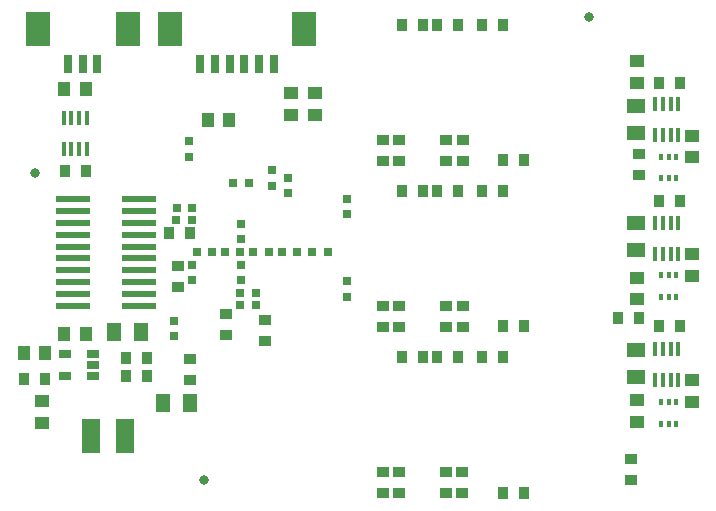
<source format=gbp>
G04*
G04 #@! TF.GenerationSoftware,Altium Limited,Altium Designer,18.1.7 (191)*
G04*
G04 Layer_Color=128*
%FSLAX25Y25*%
%MOIN*%
G70*
G01*
G75*
%ADD17C,0.03200*%
%ADD18R,0.03543X0.03937*%
%ADD20R,0.03937X0.03543*%
%ADD22R,0.03150X0.06299*%
%ADD23R,0.08268X0.11811*%
%ADD24R,0.04921X0.04331*%
%ADD25R,0.04331X0.04921*%
%ADD27R,0.05906X0.05118*%
%ADD28R,0.01575X0.04803*%
%ADD29R,0.01378X0.02165*%
%ADD69R,0.06102X0.11811*%
%ADD70R,0.03000X0.02600*%
%ADD71R,0.02600X0.03000*%
%ADD72R,0.05118X0.05906*%
%ADD73R,0.04331X0.02559*%
%ADD74R,0.11811X0.02402*%
D17*
X82874Y9711D02*
D03*
X26522Y111909D02*
D03*
X211172Y163976D02*
D03*
D18*
X241394Y142028D02*
D03*
X234394D02*
D03*
X241394Y61122D02*
D03*
X234394D02*
D03*
X167476Y50591D02*
D03*
X160476D02*
D03*
X148764D02*
D03*
X155764D02*
D03*
X182437D02*
D03*
X175437D02*
D03*
X182437Y106004D02*
D03*
X175437D02*
D03*
X167476D02*
D03*
X160476D02*
D03*
X189425Y116339D02*
D03*
X182425D02*
D03*
X182437Y161319D02*
D03*
X175437D02*
D03*
X148764D02*
D03*
X155764D02*
D03*
X167476D02*
D03*
X160476D02*
D03*
X43461Y112598D02*
D03*
X36461D02*
D03*
X78205Y91929D02*
D03*
X71205D02*
D03*
X22681Y43504D02*
D03*
X29681D02*
D03*
X56638Y50394D02*
D03*
X63638D02*
D03*
X182425Y5413D02*
D03*
X189425D02*
D03*
X155764Y106004D02*
D03*
X148764D02*
D03*
X227909Y63681D02*
D03*
X220910D02*
D03*
X182425Y60925D02*
D03*
X189425D02*
D03*
X63638Y44291D02*
D03*
X56638D02*
D03*
X234394Y102756D02*
D03*
X241394D02*
D03*
D20*
X147736Y123185D02*
D03*
Y116185D02*
D03*
X225167Y9732D02*
D03*
Y16732D02*
D03*
X168799Y5260D02*
D03*
Y12260D02*
D03*
X142323Y60772D02*
D03*
Y67772D02*
D03*
X163287Y60772D02*
D03*
Y67772D02*
D03*
X168985Y60772D02*
D03*
Y67772D02*
D03*
X142323Y116185D02*
D03*
Y123185D02*
D03*
X163287Y116185D02*
D03*
Y123185D02*
D03*
X168985Y116185D02*
D03*
Y123185D02*
D03*
X90256Y65114D02*
D03*
Y58114D02*
D03*
X103248Y55949D02*
D03*
Y62949D02*
D03*
X74213Y80961D02*
D03*
Y73961D02*
D03*
X147736Y12260D02*
D03*
Y5260D02*
D03*
X163287Y12260D02*
D03*
Y5260D02*
D03*
X142323Y12260D02*
D03*
Y5260D02*
D03*
X147736Y67772D02*
D03*
Y60772D02*
D03*
X227756Y111461D02*
D03*
Y118461D02*
D03*
X78122Y42957D02*
D03*
Y49957D02*
D03*
D22*
X81496Y148524D02*
D03*
X86417D02*
D03*
X91339D02*
D03*
X96260D02*
D03*
X101181D02*
D03*
X106102D02*
D03*
X37402D02*
D03*
X42323D02*
D03*
X47244D02*
D03*
D23*
X71457Y159941D02*
D03*
X116142D02*
D03*
X27362D02*
D03*
X57284D02*
D03*
D24*
X111811Y138681D02*
D03*
Y131496D02*
D03*
X119783D02*
D03*
Y138681D02*
D03*
X227264Y149311D02*
D03*
Y142126D02*
D03*
X245472Y124508D02*
D03*
Y117323D02*
D03*
Y85039D02*
D03*
Y77854D02*
D03*
Y43012D02*
D03*
Y35827D02*
D03*
X227165Y36220D02*
D03*
Y29035D02*
D03*
X227264Y69980D02*
D03*
Y77165D02*
D03*
X28642Y28740D02*
D03*
Y35925D02*
D03*
D25*
X84055Y129626D02*
D03*
X91240D02*
D03*
X43406Y140059D02*
D03*
X36220D02*
D03*
X22638Y52067D02*
D03*
X29823D02*
D03*
X36220Y58465D02*
D03*
X43406D02*
D03*
D27*
X226772Y125224D02*
D03*
Y134224D02*
D03*
X226764Y86502D02*
D03*
Y95502D02*
D03*
X226772Y44024D02*
D03*
Y53024D02*
D03*
D28*
X233169Y124567D02*
D03*
X235728D02*
D03*
X238287D02*
D03*
X240846D02*
D03*
Y134882D02*
D03*
X238287D02*
D03*
X235728D02*
D03*
X233169D02*
D03*
Y85197D02*
D03*
X235728D02*
D03*
X238287D02*
D03*
X240846D02*
D03*
Y95512D02*
D03*
X238287D02*
D03*
X235728D02*
D03*
X233169D02*
D03*
Y43209D02*
D03*
X235728D02*
D03*
X238287D02*
D03*
X240846D02*
D03*
Y53524D02*
D03*
X238287D02*
D03*
X235728D02*
D03*
X233169D02*
D03*
X43701Y130453D02*
D03*
X41142D02*
D03*
X38583D02*
D03*
X36024D02*
D03*
Y120138D02*
D03*
X38583D02*
D03*
X41142D02*
D03*
X43701D02*
D03*
D29*
X240256Y110236D02*
D03*
X237697D02*
D03*
X235138D02*
D03*
Y117520D02*
D03*
X237697D02*
D03*
X240256D02*
D03*
Y70866D02*
D03*
X237697D02*
D03*
X235138D02*
D03*
Y78150D02*
D03*
X237697D02*
D03*
X240256D02*
D03*
X240256Y28543D02*
D03*
X237697D02*
D03*
X235138D02*
D03*
Y35827D02*
D03*
X237697D02*
D03*
X240256D02*
D03*
D69*
X45276Y24409D02*
D03*
X56496D02*
D03*
D70*
X130413Y103445D02*
D03*
Y98327D02*
D03*
X78839Y76280D02*
D03*
Y81398D02*
D03*
X94980Y76378D02*
D03*
Y81496D02*
D03*
X72933Y62697D02*
D03*
Y57579D02*
D03*
X110728Y105315D02*
D03*
Y110433D02*
D03*
X130413Y70768D02*
D03*
Y75886D02*
D03*
X77756Y117520D02*
D03*
Y122638D02*
D03*
X94980Y95177D02*
D03*
Y90059D02*
D03*
X105512Y107874D02*
D03*
Y112992D02*
D03*
D71*
X73622Y100492D02*
D03*
X78740D02*
D03*
X78642Y96457D02*
D03*
X73524D02*
D03*
X80315Y85630D02*
D03*
X85433D02*
D03*
X94783Y85630D02*
D03*
X89665D02*
D03*
X99213Y85630D02*
D03*
X104331D02*
D03*
X108760D02*
D03*
X113878D02*
D03*
X124016D02*
D03*
X118898D02*
D03*
X97638Y108858D02*
D03*
X92520D02*
D03*
X100000Y72146D02*
D03*
X94882D02*
D03*
X100000Y67913D02*
D03*
X94882D02*
D03*
D72*
X52882Y58957D02*
D03*
X61882D02*
D03*
X69122Y35531D02*
D03*
X78122D02*
D03*
D73*
X45768Y51870D02*
D03*
Y48130D02*
D03*
Y44390D02*
D03*
X36319D02*
D03*
Y51870D02*
D03*
D74*
X61221Y103248D02*
D03*
Y99311D02*
D03*
Y95374D02*
D03*
Y91437D02*
D03*
Y87500D02*
D03*
Y83563D02*
D03*
Y79626D02*
D03*
Y75689D02*
D03*
Y71752D02*
D03*
Y67815D02*
D03*
X39173D02*
D03*
Y71752D02*
D03*
Y75689D02*
D03*
Y79626D02*
D03*
Y83563D02*
D03*
Y87500D02*
D03*
Y91437D02*
D03*
Y95374D02*
D03*
Y99311D02*
D03*
Y103248D02*
D03*
M02*

</source>
